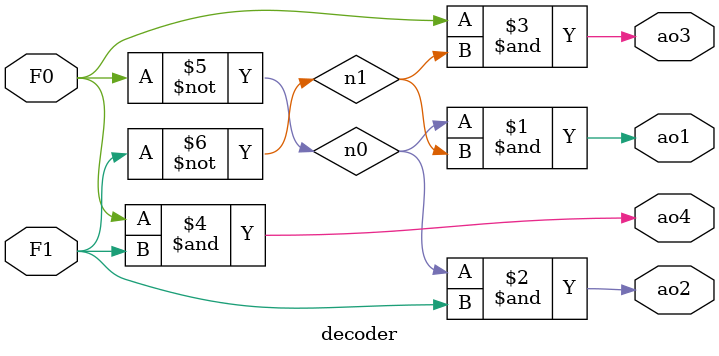
<source format=v>
module decoder (ao1, ao2, ao3, ao4, F0, F1);
	input F0, F1;
	output ao1, ao2, ao3, ao4; // 13a 3o 5n 3x 22f
	wire n0, n1; 

	not not0(n0, F0);
	not not1(n1, F1);
	and and1(ao1, n0, n1);
	and and2(ao2, n0,F1);
	and and3(ao3, F0, n1);
	and and4(ao4, F0, F1);
	
endmodule
</source>
